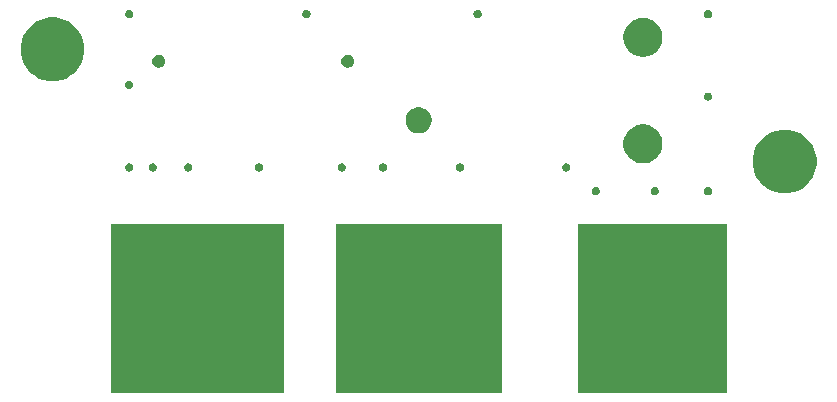
<source format=gbr>
G04 #@! TF.GenerationSoftware,KiCad,Pcbnew,(5.1.5)-3*
G04 #@! TF.CreationDate,2020-06-04T11:53:39+03:00*
G04 #@! TF.ProjectId,kelvin,6b656c76-696e-42e6-9b69-6361645f7063,rev?*
G04 #@! TF.SameCoordinates,Original*
G04 #@! TF.FileFunction,Soldermask,Bot*
G04 #@! TF.FilePolarity,Negative*
%FSLAX46Y46*%
G04 Gerber Fmt 4.6, Leading zero omitted, Abs format (unit mm)*
G04 Created by KiCad (PCBNEW (5.1.5)-3) date 2020-06-04 11:53:39*
%MOMM*%
%LPD*%
G04 APERTURE LIST*
%ADD10C,0.100000*%
G04 APERTURE END LIST*
D10*
G36*
X115500000Y-110000000D02*
G01*
X101000000Y-110000000D01*
X101000000Y-95800000D01*
X115500000Y-95800000D01*
X115500000Y-110000000D01*
G37*
X115500000Y-110000000D02*
X101000000Y-110000000D01*
X101000000Y-95800000D01*
X115500000Y-95800000D01*
X115500000Y-110000000D01*
G36*
X134000000Y-110000000D02*
G01*
X120000000Y-110000000D01*
X120000000Y-95800000D01*
X134000000Y-95800000D01*
X134000000Y-110000000D01*
G37*
X134000000Y-110000000D02*
X120000000Y-110000000D01*
X120000000Y-95800000D01*
X134000000Y-95800000D01*
X134000000Y-110000000D01*
G36*
X153000000Y-110000000D02*
G01*
X140500000Y-110000000D01*
X140500000Y-95800000D01*
X153000000Y-95800000D01*
X153000000Y-110000000D01*
G37*
X153000000Y-110000000D02*
X140500000Y-110000000D01*
X140500000Y-95800000D01*
X153000000Y-95800000D01*
X153000000Y-110000000D01*
G36*
X142102383Y-92662489D02*
G01*
X142102386Y-92662490D01*
X142102385Y-92662490D01*
X142166258Y-92688946D01*
X142223748Y-92727360D01*
X142272640Y-92776252D01*
X142311054Y-92833742D01*
X142332624Y-92885818D01*
X142337511Y-92897617D01*
X142351000Y-92965430D01*
X142351000Y-93034570D01*
X142337511Y-93102383D01*
X142337510Y-93102385D01*
X142311054Y-93166258D01*
X142272640Y-93223748D01*
X142223748Y-93272640D01*
X142166258Y-93311054D01*
X142114182Y-93332624D01*
X142102383Y-93337511D01*
X142034570Y-93351000D01*
X141965430Y-93351000D01*
X141897617Y-93337511D01*
X141885818Y-93332624D01*
X141833742Y-93311054D01*
X141776252Y-93272640D01*
X141727360Y-93223748D01*
X141688946Y-93166258D01*
X141662490Y-93102385D01*
X141662489Y-93102383D01*
X141649000Y-93034570D01*
X141649000Y-92965430D01*
X141662489Y-92897617D01*
X141667376Y-92885818D01*
X141688946Y-92833742D01*
X141727360Y-92776252D01*
X141776252Y-92727360D01*
X141833742Y-92688946D01*
X141897615Y-92662490D01*
X141897614Y-92662490D01*
X141897617Y-92662489D01*
X141965430Y-92649000D01*
X142034570Y-92649000D01*
X142102383Y-92662489D01*
G37*
G36*
X151602383Y-92662489D02*
G01*
X151602386Y-92662490D01*
X151602385Y-92662490D01*
X151666258Y-92688946D01*
X151723748Y-92727360D01*
X151772640Y-92776252D01*
X151811054Y-92833742D01*
X151832624Y-92885818D01*
X151837511Y-92897617D01*
X151851000Y-92965430D01*
X151851000Y-93034570D01*
X151837511Y-93102383D01*
X151837510Y-93102385D01*
X151811054Y-93166258D01*
X151772640Y-93223748D01*
X151723748Y-93272640D01*
X151666258Y-93311054D01*
X151614182Y-93332624D01*
X151602383Y-93337511D01*
X151534570Y-93351000D01*
X151465430Y-93351000D01*
X151397617Y-93337511D01*
X151385818Y-93332624D01*
X151333742Y-93311054D01*
X151276252Y-93272640D01*
X151227360Y-93223748D01*
X151188946Y-93166258D01*
X151162490Y-93102385D01*
X151162489Y-93102383D01*
X151149000Y-93034570D01*
X151149000Y-92965430D01*
X151162489Y-92897617D01*
X151167376Y-92885818D01*
X151188946Y-92833742D01*
X151227360Y-92776252D01*
X151276252Y-92727360D01*
X151333742Y-92688946D01*
X151397615Y-92662490D01*
X151397614Y-92662490D01*
X151397617Y-92662489D01*
X151465430Y-92649000D01*
X151534570Y-92649000D01*
X151602383Y-92662489D01*
G37*
G36*
X147102383Y-92662489D02*
G01*
X147102386Y-92662490D01*
X147102385Y-92662490D01*
X147166258Y-92688946D01*
X147223748Y-92727360D01*
X147272640Y-92776252D01*
X147311054Y-92833742D01*
X147332624Y-92885818D01*
X147337511Y-92897617D01*
X147351000Y-92965430D01*
X147351000Y-93034570D01*
X147337511Y-93102383D01*
X147337510Y-93102385D01*
X147311054Y-93166258D01*
X147272640Y-93223748D01*
X147223748Y-93272640D01*
X147166258Y-93311054D01*
X147114182Y-93332624D01*
X147102383Y-93337511D01*
X147034570Y-93351000D01*
X146965430Y-93351000D01*
X146897617Y-93337511D01*
X146885818Y-93332624D01*
X146833742Y-93311054D01*
X146776252Y-93272640D01*
X146727360Y-93223748D01*
X146688946Y-93166258D01*
X146662490Y-93102385D01*
X146662489Y-93102383D01*
X146649000Y-93034570D01*
X146649000Y-92965430D01*
X146662489Y-92897617D01*
X146667376Y-92885818D01*
X146688946Y-92833742D01*
X146727360Y-92776252D01*
X146776252Y-92727360D01*
X146833742Y-92688946D01*
X146897615Y-92662490D01*
X146897614Y-92662490D01*
X146897617Y-92662489D01*
X146965430Y-92649000D01*
X147034570Y-92649000D01*
X147102383Y-92662489D01*
G37*
G36*
X158787852Y-87902797D02*
G01*
X159279402Y-88106404D01*
X159279403Y-88106405D01*
X159721787Y-88401996D01*
X160098004Y-88778213D01*
X160137544Y-88837389D01*
X160393596Y-89220598D01*
X160597203Y-89712148D01*
X160701000Y-90233973D01*
X160701000Y-90766027D01*
X160597203Y-91287852D01*
X160393596Y-91779402D01*
X160393595Y-91779403D01*
X160098004Y-92221787D01*
X159721787Y-92598004D01*
X159426195Y-92795512D01*
X159279402Y-92893596D01*
X158787852Y-93097203D01*
X158266027Y-93201000D01*
X157733973Y-93201000D01*
X157212148Y-93097203D01*
X156720598Y-92893596D01*
X156573805Y-92795512D01*
X156278213Y-92598004D01*
X155901996Y-92221787D01*
X155606405Y-91779403D01*
X155606404Y-91779402D01*
X155402797Y-91287852D01*
X155299000Y-90766027D01*
X155299000Y-90233973D01*
X155402797Y-89712148D01*
X155606404Y-89220598D01*
X155862456Y-88837389D01*
X155901996Y-88778213D01*
X156278213Y-88401996D01*
X156720597Y-88106405D01*
X156720598Y-88106404D01*
X157212148Y-87902797D01*
X157733973Y-87799000D01*
X158266027Y-87799000D01*
X158787852Y-87902797D01*
G37*
G36*
X120602383Y-90662489D02*
G01*
X120602386Y-90662490D01*
X120602385Y-90662490D01*
X120666258Y-90688946D01*
X120723748Y-90727360D01*
X120772640Y-90776252D01*
X120811054Y-90833742D01*
X120832624Y-90885818D01*
X120837511Y-90897617D01*
X120851000Y-90965430D01*
X120851000Y-91034570D01*
X120837511Y-91102383D01*
X120837510Y-91102385D01*
X120811054Y-91166258D01*
X120772640Y-91223748D01*
X120723748Y-91272640D01*
X120666258Y-91311054D01*
X120614182Y-91332624D01*
X120602383Y-91337511D01*
X120534570Y-91351000D01*
X120465430Y-91351000D01*
X120397617Y-91337511D01*
X120385818Y-91332624D01*
X120333742Y-91311054D01*
X120276252Y-91272640D01*
X120227360Y-91223748D01*
X120188946Y-91166258D01*
X120162490Y-91102385D01*
X120162489Y-91102383D01*
X120149000Y-91034570D01*
X120149000Y-90965430D01*
X120162489Y-90897617D01*
X120167376Y-90885818D01*
X120188946Y-90833742D01*
X120227360Y-90776252D01*
X120276252Y-90727360D01*
X120333742Y-90688946D01*
X120397615Y-90662490D01*
X120397614Y-90662490D01*
X120397617Y-90662489D01*
X120465430Y-90649000D01*
X120534570Y-90649000D01*
X120602383Y-90662489D01*
G37*
G36*
X124102383Y-90662489D02*
G01*
X124102386Y-90662490D01*
X124102385Y-90662490D01*
X124166258Y-90688946D01*
X124223748Y-90727360D01*
X124272640Y-90776252D01*
X124311054Y-90833742D01*
X124332624Y-90885818D01*
X124337511Y-90897617D01*
X124351000Y-90965430D01*
X124351000Y-91034570D01*
X124337511Y-91102383D01*
X124337510Y-91102385D01*
X124311054Y-91166258D01*
X124272640Y-91223748D01*
X124223748Y-91272640D01*
X124166258Y-91311054D01*
X124114182Y-91332624D01*
X124102383Y-91337511D01*
X124034570Y-91351000D01*
X123965430Y-91351000D01*
X123897617Y-91337511D01*
X123885818Y-91332624D01*
X123833742Y-91311054D01*
X123776252Y-91272640D01*
X123727360Y-91223748D01*
X123688946Y-91166258D01*
X123662490Y-91102385D01*
X123662489Y-91102383D01*
X123649000Y-91034570D01*
X123649000Y-90965430D01*
X123662489Y-90897617D01*
X123667376Y-90885818D01*
X123688946Y-90833742D01*
X123727360Y-90776252D01*
X123776252Y-90727360D01*
X123833742Y-90688946D01*
X123897615Y-90662490D01*
X123897614Y-90662490D01*
X123897617Y-90662489D01*
X123965430Y-90649000D01*
X124034570Y-90649000D01*
X124102383Y-90662489D01*
G37*
G36*
X130602383Y-90662489D02*
G01*
X130602386Y-90662490D01*
X130602385Y-90662490D01*
X130666258Y-90688946D01*
X130723748Y-90727360D01*
X130772640Y-90776252D01*
X130811054Y-90833742D01*
X130832624Y-90885818D01*
X130837511Y-90897617D01*
X130851000Y-90965430D01*
X130851000Y-91034570D01*
X130837511Y-91102383D01*
X130837510Y-91102385D01*
X130811054Y-91166258D01*
X130772640Y-91223748D01*
X130723748Y-91272640D01*
X130666258Y-91311054D01*
X130614182Y-91332624D01*
X130602383Y-91337511D01*
X130534570Y-91351000D01*
X130465430Y-91351000D01*
X130397617Y-91337511D01*
X130385818Y-91332624D01*
X130333742Y-91311054D01*
X130276252Y-91272640D01*
X130227360Y-91223748D01*
X130188946Y-91166258D01*
X130162490Y-91102385D01*
X130162489Y-91102383D01*
X130149000Y-91034570D01*
X130149000Y-90965430D01*
X130162489Y-90897617D01*
X130167376Y-90885818D01*
X130188946Y-90833742D01*
X130227360Y-90776252D01*
X130276252Y-90727360D01*
X130333742Y-90688946D01*
X130397615Y-90662490D01*
X130397614Y-90662490D01*
X130397617Y-90662489D01*
X130465430Y-90649000D01*
X130534570Y-90649000D01*
X130602383Y-90662489D01*
G37*
G36*
X139602383Y-90662489D02*
G01*
X139602386Y-90662490D01*
X139602385Y-90662490D01*
X139666258Y-90688946D01*
X139723748Y-90727360D01*
X139772640Y-90776252D01*
X139811054Y-90833742D01*
X139832624Y-90885818D01*
X139837511Y-90897617D01*
X139851000Y-90965430D01*
X139851000Y-91034570D01*
X139837511Y-91102383D01*
X139837510Y-91102385D01*
X139811054Y-91166258D01*
X139772640Y-91223748D01*
X139723748Y-91272640D01*
X139666258Y-91311054D01*
X139614182Y-91332624D01*
X139602383Y-91337511D01*
X139534570Y-91351000D01*
X139465430Y-91351000D01*
X139397617Y-91337511D01*
X139385818Y-91332624D01*
X139333742Y-91311054D01*
X139276252Y-91272640D01*
X139227360Y-91223748D01*
X139188946Y-91166258D01*
X139162490Y-91102385D01*
X139162489Y-91102383D01*
X139149000Y-91034570D01*
X139149000Y-90965430D01*
X139162489Y-90897617D01*
X139167376Y-90885818D01*
X139188946Y-90833742D01*
X139227360Y-90776252D01*
X139276252Y-90727360D01*
X139333742Y-90688946D01*
X139397615Y-90662490D01*
X139397614Y-90662490D01*
X139397617Y-90662489D01*
X139465430Y-90649000D01*
X139534570Y-90649000D01*
X139602383Y-90662489D01*
G37*
G36*
X107602383Y-90662489D02*
G01*
X107602386Y-90662490D01*
X107602385Y-90662490D01*
X107666258Y-90688946D01*
X107723748Y-90727360D01*
X107772640Y-90776252D01*
X107811054Y-90833742D01*
X107832624Y-90885818D01*
X107837511Y-90897617D01*
X107851000Y-90965430D01*
X107851000Y-91034570D01*
X107837511Y-91102383D01*
X107837510Y-91102385D01*
X107811054Y-91166258D01*
X107772640Y-91223748D01*
X107723748Y-91272640D01*
X107666258Y-91311054D01*
X107614182Y-91332624D01*
X107602383Y-91337511D01*
X107534570Y-91351000D01*
X107465430Y-91351000D01*
X107397617Y-91337511D01*
X107385818Y-91332624D01*
X107333742Y-91311054D01*
X107276252Y-91272640D01*
X107227360Y-91223748D01*
X107188946Y-91166258D01*
X107162490Y-91102385D01*
X107162489Y-91102383D01*
X107149000Y-91034570D01*
X107149000Y-90965430D01*
X107162489Y-90897617D01*
X107167376Y-90885818D01*
X107188946Y-90833742D01*
X107227360Y-90776252D01*
X107276252Y-90727360D01*
X107333742Y-90688946D01*
X107397615Y-90662490D01*
X107397614Y-90662490D01*
X107397617Y-90662489D01*
X107465430Y-90649000D01*
X107534570Y-90649000D01*
X107602383Y-90662489D01*
G37*
G36*
X104602383Y-90662489D02*
G01*
X104602386Y-90662490D01*
X104602385Y-90662490D01*
X104666258Y-90688946D01*
X104723748Y-90727360D01*
X104772640Y-90776252D01*
X104811054Y-90833742D01*
X104832624Y-90885818D01*
X104837511Y-90897617D01*
X104851000Y-90965430D01*
X104851000Y-91034570D01*
X104837511Y-91102383D01*
X104837510Y-91102385D01*
X104811054Y-91166258D01*
X104772640Y-91223748D01*
X104723748Y-91272640D01*
X104666258Y-91311054D01*
X104614182Y-91332624D01*
X104602383Y-91337511D01*
X104534570Y-91351000D01*
X104465430Y-91351000D01*
X104397617Y-91337511D01*
X104385818Y-91332624D01*
X104333742Y-91311054D01*
X104276252Y-91272640D01*
X104227360Y-91223748D01*
X104188946Y-91166258D01*
X104162490Y-91102385D01*
X104162489Y-91102383D01*
X104149000Y-91034570D01*
X104149000Y-90965430D01*
X104162489Y-90897617D01*
X104167376Y-90885818D01*
X104188946Y-90833742D01*
X104227360Y-90776252D01*
X104276252Y-90727360D01*
X104333742Y-90688946D01*
X104397615Y-90662490D01*
X104397614Y-90662490D01*
X104397617Y-90662489D01*
X104465430Y-90649000D01*
X104534570Y-90649000D01*
X104602383Y-90662489D01*
G37*
G36*
X102602383Y-90662489D02*
G01*
X102602386Y-90662490D01*
X102602385Y-90662490D01*
X102666258Y-90688946D01*
X102723748Y-90727360D01*
X102772640Y-90776252D01*
X102811054Y-90833742D01*
X102832624Y-90885818D01*
X102837511Y-90897617D01*
X102851000Y-90965430D01*
X102851000Y-91034570D01*
X102837511Y-91102383D01*
X102837510Y-91102385D01*
X102811054Y-91166258D01*
X102772640Y-91223748D01*
X102723748Y-91272640D01*
X102666258Y-91311054D01*
X102614182Y-91332624D01*
X102602383Y-91337511D01*
X102534570Y-91351000D01*
X102465430Y-91351000D01*
X102397617Y-91337511D01*
X102385818Y-91332624D01*
X102333742Y-91311054D01*
X102276252Y-91272640D01*
X102227360Y-91223748D01*
X102188946Y-91166258D01*
X102162490Y-91102385D01*
X102162489Y-91102383D01*
X102149000Y-91034570D01*
X102149000Y-90965430D01*
X102162489Y-90897617D01*
X102167376Y-90885818D01*
X102188946Y-90833742D01*
X102227360Y-90776252D01*
X102276252Y-90727360D01*
X102333742Y-90688946D01*
X102397615Y-90662490D01*
X102397614Y-90662490D01*
X102397617Y-90662489D01*
X102465430Y-90649000D01*
X102534570Y-90649000D01*
X102602383Y-90662489D01*
G37*
G36*
X113602383Y-90662489D02*
G01*
X113602386Y-90662490D01*
X113602385Y-90662490D01*
X113666258Y-90688946D01*
X113723748Y-90727360D01*
X113772640Y-90776252D01*
X113811054Y-90833742D01*
X113832624Y-90885818D01*
X113837511Y-90897617D01*
X113851000Y-90965430D01*
X113851000Y-91034570D01*
X113837511Y-91102383D01*
X113837510Y-91102385D01*
X113811054Y-91166258D01*
X113772640Y-91223748D01*
X113723748Y-91272640D01*
X113666258Y-91311054D01*
X113614182Y-91332624D01*
X113602383Y-91337511D01*
X113534570Y-91351000D01*
X113465430Y-91351000D01*
X113397617Y-91337511D01*
X113385818Y-91332624D01*
X113333742Y-91311054D01*
X113276252Y-91272640D01*
X113227360Y-91223748D01*
X113188946Y-91166258D01*
X113162490Y-91102385D01*
X113162489Y-91102383D01*
X113149000Y-91034570D01*
X113149000Y-90965430D01*
X113162489Y-90897617D01*
X113167376Y-90885818D01*
X113188946Y-90833742D01*
X113227360Y-90776252D01*
X113276252Y-90727360D01*
X113333742Y-90688946D01*
X113397615Y-90662490D01*
X113397614Y-90662490D01*
X113397617Y-90662489D01*
X113465430Y-90649000D01*
X113534570Y-90649000D01*
X113602383Y-90662489D01*
G37*
G36*
X146375256Y-87391298D02*
G01*
X146481579Y-87412447D01*
X146782042Y-87536903D01*
X147052451Y-87717585D01*
X147282415Y-87947549D01*
X147388559Y-88106405D01*
X147463098Y-88217960D01*
X147587553Y-88518422D01*
X147651000Y-88837389D01*
X147651000Y-89162611D01*
X147587553Y-89481578D01*
X147492049Y-89712147D01*
X147463097Y-89782042D01*
X147282415Y-90052451D01*
X147052451Y-90282415D01*
X146782042Y-90463097D01*
X146481579Y-90587553D01*
X146375256Y-90608702D01*
X146162611Y-90651000D01*
X145837389Y-90651000D01*
X145624744Y-90608702D01*
X145518421Y-90587553D01*
X145217958Y-90463097D01*
X144947549Y-90282415D01*
X144717585Y-90052451D01*
X144536903Y-89782042D01*
X144507952Y-89712147D01*
X144412447Y-89481578D01*
X144349000Y-89162611D01*
X144349000Y-88837389D01*
X144412447Y-88518422D01*
X144536902Y-88217960D01*
X144611441Y-88106405D01*
X144717585Y-87947549D01*
X144947549Y-87717585D01*
X145217958Y-87536903D01*
X145518421Y-87412447D01*
X145624744Y-87391298D01*
X145837389Y-87349000D01*
X146162611Y-87349000D01*
X146375256Y-87391298D01*
G37*
G36*
X127214794Y-85920155D02*
G01*
X127321150Y-85941311D01*
X127521520Y-86024307D01*
X127701844Y-86144795D01*
X127855205Y-86298156D01*
X127975693Y-86478480D01*
X128058689Y-86678851D01*
X128101000Y-86891560D01*
X128101000Y-87108440D01*
X128058689Y-87321149D01*
X127975693Y-87521520D01*
X127855205Y-87701844D01*
X127701844Y-87855205D01*
X127521520Y-87975693D01*
X127321150Y-88058689D01*
X127214795Y-88079844D01*
X127108440Y-88101000D01*
X126891560Y-88101000D01*
X126785205Y-88079844D01*
X126678850Y-88058689D01*
X126478480Y-87975693D01*
X126298156Y-87855205D01*
X126144795Y-87701844D01*
X126024307Y-87521520D01*
X125941311Y-87321149D01*
X125899000Y-87108440D01*
X125899000Y-86891560D01*
X125941311Y-86678851D01*
X126024307Y-86478480D01*
X126144795Y-86298156D01*
X126298156Y-86144795D01*
X126478480Y-86024307D01*
X126678850Y-85941311D01*
X126785205Y-85920156D01*
X126891560Y-85899000D01*
X127108440Y-85899000D01*
X127214794Y-85920155D01*
G37*
G36*
X151602383Y-84662489D02*
G01*
X151602386Y-84662490D01*
X151602385Y-84662490D01*
X151666258Y-84688946D01*
X151723748Y-84727360D01*
X151772640Y-84776252D01*
X151811054Y-84833742D01*
X151832624Y-84885818D01*
X151837511Y-84897617D01*
X151851000Y-84965430D01*
X151851000Y-85034570D01*
X151837511Y-85102383D01*
X151837510Y-85102385D01*
X151811054Y-85166258D01*
X151772640Y-85223748D01*
X151723748Y-85272640D01*
X151666258Y-85311054D01*
X151614182Y-85332624D01*
X151602383Y-85337511D01*
X151534570Y-85351000D01*
X151465430Y-85351000D01*
X151397617Y-85337511D01*
X151385818Y-85332624D01*
X151333742Y-85311054D01*
X151276252Y-85272640D01*
X151227360Y-85223748D01*
X151188946Y-85166258D01*
X151162490Y-85102385D01*
X151162489Y-85102383D01*
X151149000Y-85034570D01*
X151149000Y-84965430D01*
X151162489Y-84897617D01*
X151167376Y-84885818D01*
X151188946Y-84833742D01*
X151227360Y-84776252D01*
X151276252Y-84727360D01*
X151333742Y-84688946D01*
X151397615Y-84662490D01*
X151397614Y-84662490D01*
X151397617Y-84662489D01*
X151465430Y-84649000D01*
X151534570Y-84649000D01*
X151602383Y-84662489D01*
G37*
G36*
X102602383Y-83662489D02*
G01*
X102602386Y-83662490D01*
X102602385Y-83662490D01*
X102666258Y-83688946D01*
X102723748Y-83727360D01*
X102772640Y-83776252D01*
X102811054Y-83833742D01*
X102832624Y-83885818D01*
X102837511Y-83897617D01*
X102851000Y-83965430D01*
X102851000Y-84034570D01*
X102837511Y-84102383D01*
X102837510Y-84102385D01*
X102811054Y-84166258D01*
X102772640Y-84223748D01*
X102723748Y-84272640D01*
X102666258Y-84311054D01*
X102614182Y-84332624D01*
X102602383Y-84337511D01*
X102534570Y-84351000D01*
X102465430Y-84351000D01*
X102397617Y-84337511D01*
X102385818Y-84332624D01*
X102333742Y-84311054D01*
X102276252Y-84272640D01*
X102227360Y-84223748D01*
X102188946Y-84166258D01*
X102162490Y-84102385D01*
X102162489Y-84102383D01*
X102149000Y-84034570D01*
X102149000Y-83965430D01*
X102162489Y-83897617D01*
X102167376Y-83885818D01*
X102188946Y-83833742D01*
X102227360Y-83776252D01*
X102276252Y-83727360D01*
X102333742Y-83688946D01*
X102397615Y-83662490D01*
X102397614Y-83662490D01*
X102397617Y-83662489D01*
X102465430Y-83649000D01*
X102534570Y-83649000D01*
X102602383Y-83662489D01*
G37*
G36*
X96787852Y-78402797D02*
G01*
X97279402Y-78606404D01*
X97279403Y-78606405D01*
X97721787Y-78901996D01*
X98098004Y-79278213D01*
X98258506Y-79518422D01*
X98393596Y-79720598D01*
X98597203Y-80212148D01*
X98701000Y-80733973D01*
X98701000Y-81266027D01*
X98597203Y-81787852D01*
X98393596Y-82279402D01*
X98393595Y-82279403D01*
X98098004Y-82721787D01*
X97721787Y-83098004D01*
X97426195Y-83295512D01*
X97279402Y-83393596D01*
X96787852Y-83597203D01*
X96266027Y-83701000D01*
X95733973Y-83701000D01*
X95212148Y-83597203D01*
X94720598Y-83393596D01*
X94573805Y-83295512D01*
X94278213Y-83098004D01*
X93901996Y-82721787D01*
X93606405Y-82279403D01*
X93606404Y-82279402D01*
X93402797Y-81787852D01*
X93299000Y-81266027D01*
X93299000Y-80733973D01*
X93402797Y-80212148D01*
X93606404Y-79720598D01*
X93741494Y-79518422D01*
X93901996Y-79278213D01*
X94278213Y-78901996D01*
X94720597Y-78606405D01*
X94720598Y-78606404D01*
X95212148Y-78402797D01*
X95733973Y-78299000D01*
X96266027Y-78299000D01*
X96787852Y-78402797D01*
G37*
G36*
X105160721Y-81470174D02*
G01*
X105260995Y-81511709D01*
X105260996Y-81511710D01*
X105351242Y-81572010D01*
X105427990Y-81648758D01*
X105427991Y-81648760D01*
X105488291Y-81739005D01*
X105529826Y-81839279D01*
X105551000Y-81945730D01*
X105551000Y-82054270D01*
X105529826Y-82160721D01*
X105488291Y-82260995D01*
X105488290Y-82260996D01*
X105427990Y-82351242D01*
X105351242Y-82427990D01*
X105305812Y-82458345D01*
X105260995Y-82488291D01*
X105160721Y-82529826D01*
X105054270Y-82551000D01*
X104945730Y-82551000D01*
X104839279Y-82529826D01*
X104739005Y-82488291D01*
X104694188Y-82458345D01*
X104648758Y-82427990D01*
X104572010Y-82351242D01*
X104511710Y-82260996D01*
X104511709Y-82260995D01*
X104470174Y-82160721D01*
X104449000Y-82054270D01*
X104449000Y-81945730D01*
X104470174Y-81839279D01*
X104511709Y-81739005D01*
X104572009Y-81648760D01*
X104572010Y-81648758D01*
X104648758Y-81572010D01*
X104739004Y-81511710D01*
X104739005Y-81511709D01*
X104839279Y-81470174D01*
X104945730Y-81449000D01*
X105054270Y-81449000D01*
X105160721Y-81470174D01*
G37*
G36*
X121160721Y-81470174D02*
G01*
X121260995Y-81511709D01*
X121260996Y-81511710D01*
X121351242Y-81572010D01*
X121427990Y-81648758D01*
X121427991Y-81648760D01*
X121488291Y-81739005D01*
X121529826Y-81839279D01*
X121551000Y-81945730D01*
X121551000Y-82054270D01*
X121529826Y-82160721D01*
X121488291Y-82260995D01*
X121488290Y-82260996D01*
X121427990Y-82351242D01*
X121351242Y-82427990D01*
X121305812Y-82458345D01*
X121260995Y-82488291D01*
X121160721Y-82529826D01*
X121054270Y-82551000D01*
X120945730Y-82551000D01*
X120839279Y-82529826D01*
X120739005Y-82488291D01*
X120694188Y-82458345D01*
X120648758Y-82427990D01*
X120572010Y-82351242D01*
X120511710Y-82260996D01*
X120511709Y-82260995D01*
X120470174Y-82160721D01*
X120449000Y-82054270D01*
X120449000Y-81945730D01*
X120470174Y-81839279D01*
X120511709Y-81739005D01*
X120572009Y-81648760D01*
X120572010Y-81648758D01*
X120648758Y-81572010D01*
X120739004Y-81511710D01*
X120739005Y-81511709D01*
X120839279Y-81470174D01*
X120945730Y-81449000D01*
X121054270Y-81449000D01*
X121160721Y-81470174D01*
G37*
G36*
X146375256Y-78391298D02*
G01*
X146481579Y-78412447D01*
X146782042Y-78536903D01*
X147052451Y-78717585D01*
X147282415Y-78947549D01*
X147282416Y-78947551D01*
X147463098Y-79217960D01*
X147587553Y-79518422D01*
X147651000Y-79837389D01*
X147651000Y-80162611D01*
X147641146Y-80212148D01*
X147587553Y-80481579D01*
X147463097Y-80782042D01*
X147282415Y-81052451D01*
X147052451Y-81282415D01*
X146782042Y-81463097D01*
X146782041Y-81463098D01*
X146782040Y-81463098D01*
X146694037Y-81499550D01*
X146481579Y-81587553D01*
X146375256Y-81608702D01*
X146162611Y-81651000D01*
X145837389Y-81651000D01*
X145624744Y-81608702D01*
X145518421Y-81587553D01*
X145305963Y-81499550D01*
X145217960Y-81463098D01*
X145217959Y-81463098D01*
X145217958Y-81463097D01*
X144947549Y-81282415D01*
X144717585Y-81052451D01*
X144536903Y-80782042D01*
X144412447Y-80481579D01*
X144358854Y-80212148D01*
X144349000Y-80162611D01*
X144349000Y-79837389D01*
X144412447Y-79518422D01*
X144536902Y-79217960D01*
X144717584Y-78947551D01*
X144717585Y-78947549D01*
X144947549Y-78717585D01*
X145217958Y-78536903D01*
X145518421Y-78412447D01*
X145624744Y-78391298D01*
X145837389Y-78349000D01*
X146162611Y-78349000D01*
X146375256Y-78391298D01*
G37*
G36*
X132102383Y-77662489D02*
G01*
X132102386Y-77662490D01*
X132102385Y-77662490D01*
X132166258Y-77688946D01*
X132223748Y-77727360D01*
X132272640Y-77776252D01*
X132311054Y-77833742D01*
X132332624Y-77885818D01*
X132337511Y-77897617D01*
X132351000Y-77965430D01*
X132351000Y-78034570D01*
X132337511Y-78102383D01*
X132337510Y-78102385D01*
X132311054Y-78166258D01*
X132272640Y-78223748D01*
X132223748Y-78272640D01*
X132166258Y-78311054D01*
X132114182Y-78332624D01*
X132102383Y-78337511D01*
X132034570Y-78351000D01*
X131965430Y-78351000D01*
X131897617Y-78337511D01*
X131885818Y-78332624D01*
X131833742Y-78311054D01*
X131776252Y-78272640D01*
X131727360Y-78223748D01*
X131688946Y-78166258D01*
X131662490Y-78102385D01*
X131662489Y-78102383D01*
X131649000Y-78034570D01*
X131649000Y-77965430D01*
X131662489Y-77897617D01*
X131667376Y-77885818D01*
X131688946Y-77833742D01*
X131727360Y-77776252D01*
X131776252Y-77727360D01*
X131833742Y-77688946D01*
X131897615Y-77662490D01*
X131897614Y-77662490D01*
X131897617Y-77662489D01*
X131965430Y-77649000D01*
X132034570Y-77649000D01*
X132102383Y-77662489D01*
G37*
G36*
X151602383Y-77662489D02*
G01*
X151602386Y-77662490D01*
X151602385Y-77662490D01*
X151666258Y-77688946D01*
X151723748Y-77727360D01*
X151772640Y-77776252D01*
X151811054Y-77833742D01*
X151832624Y-77885818D01*
X151837511Y-77897617D01*
X151851000Y-77965430D01*
X151851000Y-78034570D01*
X151837511Y-78102383D01*
X151837510Y-78102385D01*
X151811054Y-78166258D01*
X151772640Y-78223748D01*
X151723748Y-78272640D01*
X151666258Y-78311054D01*
X151614182Y-78332624D01*
X151602383Y-78337511D01*
X151534570Y-78351000D01*
X151465430Y-78351000D01*
X151397617Y-78337511D01*
X151385818Y-78332624D01*
X151333742Y-78311054D01*
X151276252Y-78272640D01*
X151227360Y-78223748D01*
X151188946Y-78166258D01*
X151162490Y-78102385D01*
X151162489Y-78102383D01*
X151149000Y-78034570D01*
X151149000Y-77965430D01*
X151162489Y-77897617D01*
X151167376Y-77885818D01*
X151188946Y-77833742D01*
X151227360Y-77776252D01*
X151276252Y-77727360D01*
X151333742Y-77688946D01*
X151397615Y-77662490D01*
X151397614Y-77662490D01*
X151397617Y-77662489D01*
X151465430Y-77649000D01*
X151534570Y-77649000D01*
X151602383Y-77662489D01*
G37*
G36*
X117602383Y-77662489D02*
G01*
X117602386Y-77662490D01*
X117602385Y-77662490D01*
X117666258Y-77688946D01*
X117723748Y-77727360D01*
X117772640Y-77776252D01*
X117811054Y-77833742D01*
X117832624Y-77885818D01*
X117837511Y-77897617D01*
X117851000Y-77965430D01*
X117851000Y-78034570D01*
X117837511Y-78102383D01*
X117837510Y-78102385D01*
X117811054Y-78166258D01*
X117772640Y-78223748D01*
X117723748Y-78272640D01*
X117666258Y-78311054D01*
X117614182Y-78332624D01*
X117602383Y-78337511D01*
X117534570Y-78351000D01*
X117465430Y-78351000D01*
X117397617Y-78337511D01*
X117385818Y-78332624D01*
X117333742Y-78311054D01*
X117276252Y-78272640D01*
X117227360Y-78223748D01*
X117188946Y-78166258D01*
X117162490Y-78102385D01*
X117162489Y-78102383D01*
X117149000Y-78034570D01*
X117149000Y-77965430D01*
X117162489Y-77897617D01*
X117167376Y-77885818D01*
X117188946Y-77833742D01*
X117227360Y-77776252D01*
X117276252Y-77727360D01*
X117333742Y-77688946D01*
X117397615Y-77662490D01*
X117397614Y-77662490D01*
X117397617Y-77662489D01*
X117465430Y-77649000D01*
X117534570Y-77649000D01*
X117602383Y-77662489D01*
G37*
G36*
X102602383Y-77662489D02*
G01*
X102602386Y-77662490D01*
X102602385Y-77662490D01*
X102666258Y-77688946D01*
X102723748Y-77727360D01*
X102772640Y-77776252D01*
X102811054Y-77833742D01*
X102832624Y-77885818D01*
X102837511Y-77897617D01*
X102851000Y-77965430D01*
X102851000Y-78034570D01*
X102837511Y-78102383D01*
X102837510Y-78102385D01*
X102811054Y-78166258D01*
X102772640Y-78223748D01*
X102723748Y-78272640D01*
X102666258Y-78311054D01*
X102614182Y-78332624D01*
X102602383Y-78337511D01*
X102534570Y-78351000D01*
X102465430Y-78351000D01*
X102397617Y-78337511D01*
X102385818Y-78332624D01*
X102333742Y-78311054D01*
X102276252Y-78272640D01*
X102227360Y-78223748D01*
X102188946Y-78166258D01*
X102162490Y-78102385D01*
X102162489Y-78102383D01*
X102149000Y-78034570D01*
X102149000Y-77965430D01*
X102162489Y-77897617D01*
X102167376Y-77885818D01*
X102188946Y-77833742D01*
X102227360Y-77776252D01*
X102276252Y-77727360D01*
X102333742Y-77688946D01*
X102397615Y-77662490D01*
X102397614Y-77662490D01*
X102397617Y-77662489D01*
X102465430Y-77649000D01*
X102534570Y-77649000D01*
X102602383Y-77662489D01*
G37*
M02*

</source>
